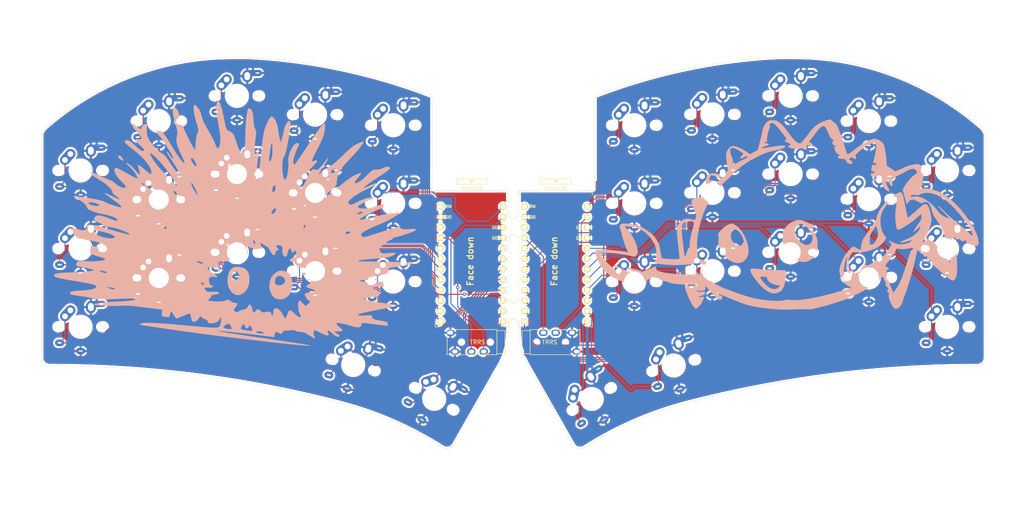
<source format=kicad_pcb>
(kicad_pcb (version 20211014) (generator pcbnew)
  (layers (0 "F.Cu" signal) (31 "B.Cu" signal) (34 "B.Paste" user) (35 "F.Paste" user) (36 "B.SilkS" user "B.Silkscreen") (37 "F.SilkS" user "F.Silkscreen") (38 "B.Mask" user) (39 "F.Mask" user) (44 "Edge.Cuts" user))
  (net 0 "")
  (net 1 "gnd")
  (net 2 "vcc")
  (net 3 "Switch18")
  (net 4 "reset")
  (net 5 "Switch1")
  (net 6 "Switch2")
  (net 7 "Switch3")
  (net 8 "Switch4")
  (net 9 "Switch5")
  (net 10 "Switch6")
  (net 11 "Switch7")
  (net 12 "Switch8")
  (net 13 "Switch9")
  (net 14 "Switch10")
  (net 15 "Switch11")
  (net 16 "Switch12")
  (net 17 "Switch13")
  (net 18 "Switch14")
  (net 19 "Switch15")
  (net 20 "Switch16")
  (net 21 "Switch17")
  (net 22 "raw")
  (net 23 "Switch18_r")
  (net 24 "reset_r")
  (net 25 "Switch9_r")
  (net 26 "Switch10_r")
  (net 27 "Switch11_r")
  (net 28 "Switch12_r")
  (net 29 "Switch13_r")
  (net 30 "Switch14_r")
  (net 31 "Switch15_r")
  (net 32 "Switch16_r")
  (net 33 "Switch17_r")
  (net 34 "Switch1_r")
  (net 35 "Switch2_r")
  (net 36 "Switch3_r")
  (net 37 "Switch4_r")
  (net 38 "Switch5_r")
  (net 39 "Switch6_r")
  (net 40 "Switch7_r")
  (net 41 "Switch8_r")
  (footprint "Kailh:keyswitch_cherrymx_alps_choc12_1u" (layer "F.Cu") (at 45 77)
    (fp_text reference "SW2" hide)
    (fp_text value "SW_Push" hide)
  )
  (footprint "Kailh:keyswitch_cherrymx_alps_choc12_1u" (layer "F.Cu") (at 64 65)
    (fp_text reference "SW3" hide)
    (fp_text value "SW_Push" hide)
  )
  (footprint "Kailh:keyswitch_cherrymx_alps_choc12_1u" (layer "F.Cu") (at 83 58.86)
    (fp_text reference "SW4" hide)
    (fp_text value "SW_Push" hide)
  )
  (footprint "Kailh:keyswitch_cherrymx_alps_choc12_1u" (layer "F.Cu") (at 101.994 63.432)
    (fp_text reference "SW5" hide)
    (fp_text value "SW_Push" hide)
  )
  (footprint "Kailh:keyswitch_cherrymx_alps_choc12_1u" (layer "F.Cu") (at 121 66)
    (fp_text reference "SW6" hide)
    (fp_text value "SW_Push" hide)
  )
  (footprint "Kailh:keyswitch_cherrymx_alps_choc12_1u" (layer "F.Cu") (at 45 96)
    (fp_text reference "SW8" hide)
    (fp_text value "SW_Push" hide)
  )
  (footprint "Kailh:keyswitch_cherrymx_alps_choc12_1u" (layer "F.Cu") (at 64 84.074)
    (fp_text reference "SW9" hide)
    (fp_text value "SW_Push" hide)
  )
  (footprint "Kailh:keyswitch_cherrymx_alps_choc12_1u" (layer "F.Cu") (at 83 77.878)
    (fp_text reference "SW10" hide)
    (fp_text value "SW_Push" hide)
  )
  (footprint "Kailh:keyswitch_cherrymx_alps_choc12_1u" (layer "F.Cu") (at 102 82.45)
    (fp_text reference "SW11" hide)
    (fp_text value "SW_Push" hide)
  )
  (footprint "Kailh:keyswitch_cherrymx_alps_choc12_1u" (layer "F.Cu") (at 120.98 84.99)
    (fp_text reference "SW12" hide)
    (fp_text value "SW_Push" hide)
  )
  (footprint "Kailh:keyswitch_cherrymx_alps_choc12_1u" (layer "F.Cu") (at 45 115)
    (fp_text reference "SW14" hide)
    (fp_text value "SW_Push" hide)
  )
  (footprint "Kailh:keyswitch_cherrymx_alps_choc12_1u" (layer "F.Cu") (at 64.008 103.124)
    (fp_text reference "SW15" hide)
    (fp_text value "SW_Push" hide)
  )
  (footprint "Kailh:keyswitch_cherrymx_alps_choc12_1u" (layer "F.Cu") (at 83 96.896)
    (fp_text reference "SW16" hide)
    (fp_text value "SW_Push" hide)
  )
  (footprint "Kailh:keyswitch_cherrymx_alps_choc12_1u" (layer "F.Cu") (at 102 101.468)
    (fp_text reference "SW17" hide)
    (fp_text value "SW_Push" hide)
  )
  (footprint "Kailh:keyswitch_cherrymx_alps_choc12_1u" (layer "F.Cu") (at 130.95 132.504 -30)
    (fp_text reference "SW20" hide)
    (fp_text value "SW_Push" hide)
  )
  (footprint "Kailh:keyswitch_cherrymx_alps_choc12_1u" (layer "F.Cu") (at 111.272 124.288 -15)
    (fp_text reference "SW21" hide)
    (fp_text value "SW_Push" hide)
  )
  (footprint "Kailh:keyswitch_cherrymx_alps_choc12_1u" (layer "F.Cu") (at 120.98 104.008)
    (fp_text reference "SW18" hide)
    (fp_text value "SW_Push" hide)
  )
  (footprint "kbd:ProMicro_v3_min" (layer "F.Cu") (at 140.094 100.246)
    (fp_text reference "U1" hide)
    (fp_text value "ProMicro-kbd" hide)
  )
  (footprint "Kailh:TRRS-PJ-DPB2" (layer "F.Cu") (at 154.26784 118.734 90)
    (fp_text reference "J1")
    (fp_text value "AudioJack4dpb" hide)
  )
  (footprint "Kailh:keyswitch_cherrymx_alps_choc12_1u" (layer "F.Cu") (at 198.58584 82.418)
    (fp_text reference "SW11_r1" hide)
    (fp_text value "SW_Push" hide)
  )
  (footprint "Kailh:keyswitch_cherrymx_alps_choc12_1u" (layer "F.Cu") (at 255.63184 115)
    (fp_text reference "SW13_r1" hide)
    (fp_text value "SW_Push" hide)
  )
  (footprint "Kailh:keyswitch_cherrymx_alps_choc12_1u" (layer "F.Cu") (at 217.58784 96.896)
    (fp_text reference "SW15_r1" hide)
    (fp_text value "SW_Push" hide)
  )
  (footprint "Kailh:keyswitch_cherrymx_alps_choc12_1u" (layer "F.Cu") (at 198.58584 101.468)
    (fp_text reference "SW16_r1" hide)
    (fp_text value "SW_Push" hide)
  )
  (footprint "Kailh:keyswitch_cherrymx_alps_choc12_1u" (layer "F.Cu") (at 198.58584 63.368)
    (fp_text reference "SW5_r1" hide)
    (fp_text value "SW_Push" hide)
  )
  (footprint "Kailh:keyswitch_cherrymx_alps_choc12_1u" (layer "F.Cu") (at 236.61384 65)
    (fp_text reference "SW3_r1" hide)
    (fp_text value "SW_Push" hide)
  )
  (footprint "Kailh:keyswitch_cherrymx_alps_choc12_1u" (layer "F.Cu") (at 217.58784 58.86)
    (fp_text reference "SW4_r1" hide)
    (fp_text value "SW_Push" hide)
  )
  (footprint "Kailh:keyswitch_cherrymx_alps_choc12_1u" (layer "F.Cu") (at 236.61384 83.974)
    (fp_text reference "SW8_r1" hide)
    (fp_text value "SW_Push" hide)
  )
  (footprint "Kailh:keyswitch_cherrymx_alps_choc12_1u" (layer "F.Cu") (at 217.58784 77.878)
    (fp_text reference "SW9_r1" hide)
    (fp_text value "SW_Push" hide)
  )
  (footprint "Kailh:keyswitch_cherrymx_alps_choc12_1u" (layer "F.Cu") (at 236.61384 102.992)
    (fp_text reference "SW18_r1" hide)
    (fp_text value "SW_Push" hide)
  )
  (footprint "Kailh:keyswitch_cherrymx_alps_choc12_1u" (layer "F.Cu") (at 179.58584 84.99)
    (fp_text reference "SW12_r1" hide)
    (fp_text value "SW_Push" hide)
  )
  (footprint "Kailh:keyswitch_cherrymx_alps_choc12_1u" (layer "F.Cu") (at 255.63184 96)
    (fp_text reference "SW7_r1" hide)
    (fp_text value "SW_Push" hide)
  )
  (footprint "Kailh:keyswitch_cherrymx_alps_choc12_1u" (layer "F.Cu") (at 255.63184 77)
    (fp_text reference "SW2_r1" hide)
    (fp_text value "SW_Push" hide)
  )
  (footprint "Kailh:keyswitch_cherrymx_alps_choc12_1u" (layer "F.Cu") (at 179.58584 66)
    (fp_text reference "SW6_r1" hide)
    (fp_text value "SW_Push" hide)
  )
  (footprint "Kailh:keyswitch_cherrymx_alps_choc12_1u" (layer "F.Cu") (at 169.251 132.542 30)
    (fp_text reference "SW20_r1" hide)
    (fp_text value "SW_Push" hide)
  )
  (footprint "Kailh:keyswitch_cherrymx_alps_choc12_1u" (layer "F.Cu") (at 179.58584 104.008)
    (fp_text reference "SW17_r1" hide)
    (fp_text value "SW_Push" hide)
  )
  (footprint "Kailh:keyswitch_cherrymx_alps_choc12_1u" (layer "F.Cu") (at 189.17984 124.41 15)
    (fp_text reference "SW21_r1" hide)
    (fp_text value "SW_Push" hide)
  )
  (footprint "kbd:ProMicro_v3_min" (layer "F.Cu") (at 160.51784 100.246)
    (fp_text reference "U2" hide)
    (fp_text value "ProMicro-kbd" hide)
  )
  (footprint "Duckyb-Parts:mouse-bite-5mm-slot-with-space-for-track" (layer "F.Cu") (at 150.241 90.678)
    (fp_text reference "mouse-bite-5mm-slot" hide)
    (fp_text value "VAL**" hide)
  )
  (footprint "Duckyb-Parts:mouse-bite-5mm-slot-with-space-for-track" (layer "F.Cu") (at 150.241 111.1885)
    (fp_text reference "mouse-bite-5mm-slot" hide)
    (fp_text value "VAL**" hide)
  )
  (footprint "Kailh:TRRS-PJ-DPB2" (layer "F.Cu") (at 146.19 118.734 -90)
    (fp_text reference "J2")
    (fp_text value "AudioJack4dpb" hide)
  )
  (footprint "silkscreens:unsafe_rust" (layer "B.Cu") (at 85.12 91.95 172)
    (fp_text reference "G***" hide)
    (fp_text value "LOGO" hide)
  )
  (footprint "silkscreens:open_eyes" (layer "B.Cu") (at 218.99 95.71 -170)
    (fp_text reference "G***" hide)
    (fp_text value "LOGO" hide)
  )
  (gr_arc (start 148.162 81.866) (mid 148.69233 82.08567) (end 148.912 82.616) (layer "Edge.Cuts") (width 0.05))
  (gr_line (start 148.912 93.218) (end 148.912 101.262) (layer "Edge.Cuts") (width 0.05))
  (gr_line (start 131.458 81.868917) (end 148.162 81.866) (layer "Edge.Cuts") (width 0.05))
  (gr_line (start 147.161679 123.613657) (end 135.71 143.699265) (layer "Edge.Cuts") (width 0.05))
  (gr_arc (start 148.924 116.248) (mid 148.462831 120.031316) (end 147.161679 123.613657) (layer "Edge.Cuts") (width 0.05))
  (gr_line (start 148.912 82.616) (end 148.924 88.11) (layer "Edge.Cuts") (width 0.05))
  (gr_line (start 149.2885 88.11) (end 148.924 88.11) (layer "Edge.Cuts") (width 0.05))
  (gr_line (start 149.2885 93.218) (end 148.912 93.218) (layer "Edge.Cuts") (width 0.05))
  (gr_line (start 149.2885 108.628) (end 148.924 108.628) (layer "Edge.Cuts") (width 0.05))
  (gr_line (start 149.2885 113.7285) (end 148.912 113.7285) (layer "Edge.Cuts") (width 0.05))
  (gr_line (start 148.912 101.262) (end 148.924 108.628) (layer "Edge.Cuts") (width 0.05))
  (gr_line (start 148.912 113.7285) (end 148.924 116.248) (layer "Edge.Cuts") (width 0.05))
  (gr_arc (start 131.458 81.868917) (mid 130.750893 81.576024) (end 130.458 80.868917) (layer "Edge.Cuts") (width 0.05))
  (gr_line (start 130.458 80.868917) (end 130.463 59.473) (layer "Edge.Cuts") (width 0.05))
  (gr_arc (start 35.465859 68.23732) (mid 36.022742 67.119147) (end 36.893 66.223) (layer "Edge.Cuts") (width 0.05))
  (gr_arc (start 85.843227 49.463504) (mid 108.303644 52.385453) (end 130.028245 58.79247) (layer "Edge.Cuts") (width 0.05))
  (gr_line (start 37.768 124.474571) (end 37.493002 124.473917) (layer "Edge.Cuts") (width 0.05))
  (gr_arc (start 107.797707 133.384137) (mid 120.821222 137.841207) (end 132.978 144.298) (layer "Edge.Cuts") (width 0.05))
  (gr_arc (start 37.768 124.474571) (mid 73.062993 126.727903) (end 107.798171 133.38233) (layer "Edge.Cuts") (width 0.05))
  (gr_arc (start 37.493002 124.473917) (mid 36.080534 123.924716) (end 35.458001 122.542999) (layer "Edge.Cuts") (width 0.05))
  (gr_arc (start 135.71 143.699265) (mid 134.468995 144.56898) (end 132.978 144.298) (layer "Edge.Cuts") (width 0.05))
  (gr_arc (start 130.028245 58.79247) (mid 130.345034 59.069226) (end 130.463 59.473) (layer "Edge.Cuts") (width 0.05))
  (gr_line (start 35.465859 68.23732) (end 35.458001 122.542999) (layer "Edge.Cuts") (width 0.05))
  (gr_line (start 85.843124 49.465561) (end 81.868 49.468) (layer "Edge.Cuts") (width 0.05))
  (gr_arc (start 36.894611 66.224861) (mid 57.871135 53.793316) (end 81.868 49.468) (layer "Edge.Cuts") (width 0.05))
  (gr_line (start 168.99984 81.868917) (end 152.29584 81.866) (layer "Edge.Cuts") (width 0.05))
  (gr_line (start 151.54584 113.7285) (end 151.53384 116.248) (layer "Edge.Cuts") (width 0.05))
  (gr_line (start 153.280536 123.57215) (end 164.74784 143.699265) (layer "Edge.Cuts") (width 0.05))
  (gr_line (start 264.991981 68.23732) (end 264.999839 122.542999) (layer "Edge.Cuts") (width 0.05))
  (gr_line (start 214.614716 49.465561) (end 218.58984 49.468) (layer "Edge.Cuts") (width 0.05))
  (gr_line (start 151.54584 101.262) (end 151.53384 108.628) (layer "Edge.Cuts") (width 0.05))
  (gr_arc (start 151.54584 82.616) (mid 151.76551 82.08567) (end 152.29584 81.866) (layer "Edge.Cuts") (width 0.05))
  (gr_line (start 151.54584 93.218) (end 151.54584 101.262) (layer "Edge.Cuts") (width 0.05))
  (gr_arc (start 167.47984 144.298) (mid 179.636618 137.841207) (end 192.660133 133.384137) (layer "Edge.Cuts") (width 0.05))
  (gr_arc (start 218.58984 49.468) (mid 242.586705 53.793316) (end 263.563229 66.224861) (layer "Edge.Cuts") (width 0.05))
  (gr_arc (start 192.659669 133.38233) (mid 227.394847 126.727903) (end 262.68984 124.474571) (layer "Edge.Cuts") (width 0.05))
  (gr_arc (start 167.47984 144.298) (mid 165.988845 144.56898) (end 164.74784 143.699265) (layer "Edge.Cuts") (width 0.05))
  (gr_arc (start 153.280536 123.57215) (mid 151.990927 120.009347) (end 151.53384 116.248) (layer "Edge.Cuts") (width 0.05))
  (gr_line (start 151.54584 82.616) (end 151.53384 88.11) (layer "Edge.Cuts") (width 0.05))
  (gr_arc (start 169.99984 80.868917) (mid 169.706947 81.576024) (end 168.99984 81.868917) (layer "Edge.Cuts") (width 0.05))
  (gr_line (start 169.99984 80.868917) (end 169.99484 59.473) (layer "Edge.Cuts") (width 0.05))
  (gr_arc (start 263.56484 66.223) (mid 264.435099 67.119147) (end 264.991981 68.23732) (layer "Edge.Cuts") (width 0.05))
  (gr_arc (start 170.429595 58.79247) (mid 192.154196 52.385453) (end 214.614613 49.463504) (layer "Edge.Cuts") (width 0.05))
  (gr_line (start 262.68984 124.474571) (end 262.964838 124.473917) (layer "Edge.Cuts") (width 0.05))
  (gr_arc (start 264.999839 122.542999) (mid 264.377307 123.924716) (end 262.964838 124.473917) (layer "Edge.Cuts") (width 0.05))
  (gr_arc (start 169.99484 59.473) (mid 170.112806 59.069226) (end 170.429595 58.79247) (layer "Edge.Cuts") (width 0.05))
  (gr_line (start 151.53384 88.11) (end 151.1935 88.11) (layer "Edge.Cuts") (width 0.05))
  (gr_arc (start 151.193499 108.628) (mid 150.241 109.285937) (end 149.288501 108.627999) (layer "Edge.Cuts") (width 0.05))
  (gr_line (start 151.54584 113.7285) (end 151.1935 113.7285) (layer "Edge.Cuts") (width 0.05))
  (gr_line (start 151.54584 93.218) (end 151.1935 93.218) (layer "Edge.Cuts") (width 0.05))
  (gr_arc (start 149.288501 113.7285) (mid 150.241 113.083627) (end 151.193499 113.728501) (layer "Edge.Cuts") (width 0.05))
  (gr_arc (start 149.288501 93.218) (mid 150.241 92.573127) (end 151.193499 93.218001) (layer "Edge.Cuts") (width 0.05))
  (gr_arc (start 151.193499 88.11) (mid 150.241 88.772807) (end 149.288501 88.109999) (layer "Edge.Cuts") (width 0.05))
  (gr_line (start 151.53384 108.628) (end 151.1935 108.628) (layer "Edge.Cuts") (width 0.05))
  (gr_text "Face down" (at 160.10984 99.06 90) (layer "F.SilkS") (effects (font (size 1.5 1.5) (thickness 0.3))))
  (gr_text "Face down" (at 139.7 99.06 90) (layer "F.SilkS") (effects (font (size 1.5 1.5) (thickness 0.3))))
  (segment (start 133.236 88.308) (end 132.4854 88.308) (width 0.25) (layer "B.Cu") (net 1))
  (segment (start 136.652 105.41) (end 136.652 105.41) (width 0.25) (layer "F.Cu") (net 2))
  (segment (start 136.652 95.758) (end 136.652 105.41) (width 0.25) (layer "F.Cu") (net 2))
  (segment (start 134.282 93.388) (end 136.652 95.758) (width 0.25) (layer "F.Cu") (net 2))
  (segment (start 132.4854 93.388) (end 134.282 93.388) (width 0.25) (layer "F.Cu") (net 2))
  (via (at 136.652 105.41) (size 0.8) (drill 0.4) (layers "F.Cu" "B.Cu") (net 2))
  (segment (start 152.90924 93.388) (end 157.46784 97.9466) (width 0.25) (layer "B.Cu") (net 2))
  (segment (start 157.46784 97.9466) (end 157.46784 116.434) (width 0.25) (layer "B.Cu") (net 2))
  (segment (start 136.652 105.41) (end 136.652 110.086) (width 0.25) (layer "B.Cu") (net 2))
  (segment (start 136.652 110.086) (end 142.97 116.404) (width 0.25) (layer "B.Cu") (net 2))
  (segment (start 142.97 116.404) (end 142.97 121.014) (width 0.25) (layer "B.Cu") (net 2))
  (segment (start 142.97 121.014) (end 142.99 121.034) (width 0.25) (layer "B.Cu") (net 2))
  (segment (start 145.6734 90.34) (end 147.7054 88.308) (width 0.25) (layer "B.Cu") (net 3))
  (segment (start 135.014 93.642) (end 138.316 90.34) (width 0.25) (layer "B.Cu") (net 3))
  (segment (start 139.97 114.346) (end 135.014 109.39) (width 0.25) (layer "B.Cu") (net 3))
  (segment (start 139.97 116.404) (end 139.97 114.346) (width 0.25) (layer "B.Cu") (net 3))
  (segment (start 139.97 121.014) (end 139.99 121.034) (width 0.25) (layer "B.Cu") (net 3))
  (segment (start 139.97 116.404) (end 139.97 121.014) (width 0.25) (layer "B.Cu") (net 3))
  (segment (start 135.014 109.39) (end 135.014 93.642) (width 0.25) (layer "B.Cu") (net 3))
  (segment (start 138.316 90.34) (end 145.6734 90.34) (width 0.25) (layer "B.Cu") (net 3))
  (segment (start 56.514 80.9) (end 66.91798 70.49602) (width 0.25) (layer "F.Cu") (net 5))
  (segment (start 127.978962 78.708602) (end 127.978962 83.349038) (width 0.25) (layer "F.Cu") (net 5))
  (segment (start 96.894196 70.49602) (end 98.868206 72.470028) (width 0.25) (layer "F.Cu") (net 5))
  (segment (start 131.963639 107.175001) (end 133.672999 107.175001) (width 0.25) (layer "F.Cu") (net 5))
  (segment (start 114.7568 73.740028) (end 116.144388 73.740028) (width 0.25) (layer "F.Cu") (net 5))
  (segment (start 131.167319 102.866329) (end 131.167319 106.378681) (width 0.25) (layer "F.Cu") (net 5))
  (segment (start 133.744 107.104) (end 133.672999 107.175001) (width 0.25) (layer "F.Cu") (net 5))
  (segment (start 113.486798 72.470028) (end 114.7568 73.740028) (width 0.25) (layer "F.Cu") (net 5))
  (segment (start 133.672999 107.175001) (end 133.926999 107.175001) (width 0.25) (layer "F.Cu") (net 5))
  (segment (start 138.316 107.104) (end 133.744 107.104) (width 0.25) (layer "F.Cu") (net 5))
  (segment (start 98.868206 72.470028) (end 113.486798 72.470028) (width 0.25) (layer "F.Cu") (net 5))
  (segment (start 131.167319 106.378681) (end 131.963639 107.175001) (width 0.25) (layer "F.Cu") (net 5))
  (segment (start 127.978962 83.349038) (end 127.978964 83.436194) (width 0.25) (layer "F.Cu") (net 5))
  (segment (start 129.598359 85.055589) (end 129.598359 96.070359) (width 0.25) (layer "F.Cu") (net 5))
  (segment (start 84.97402 70.49602) (end 96.894196 70.49602) (width 0.25) (layer "F.Cu") (net 5))
  (segment (start 116.144388 73.740028) (end 118.372399 75.968037) (width 0.25) (layer "F.Cu") (net 5))
  (segment (start 118.372399 75.968037) (end 125.238397 75.968037) (width 0.25) (layer "F.Cu") (net 5))
  (segment (start 66.91798 70.49602) (end 84.97402 70.49602) (width 0.25) (layer "F.Cu") (net 5))
  (segment (start 129.598359 95.846359) (end 129.598359 96.070359) (width 0.25) (layer "F.Cu") (net 5))
  (segment (start 129.598359 96.070359) (end 129.598359 101.297369) (width 0.25) (layer "F.Cu") (net 5))
  (segment (start 125.238397 75.968037) (end 127.978962 78.708602) (width 0.25) (layer "F.Cu") (net 5))
  (segment (start 129.598359 101.297369) (end 131.167319 102.866329) (width 0.25) (layer "F.Cu") (net 5))
  (segment (start 41.2 79.6) (end 39.9 80.9) (width 0.25) (layer "F.Cu") (net 5))
  (segment (start 127.978964 83.436194) (end 129.598359 85.055589) (width 0.25) (layer "F.Cu") (net 5))
  (segment (start 39.9 80.9) (end 56.514 80.9) (width 0.25) (layer "F.Cu") (net 5))
  (segment (start 41.2 74.45) (end 41.2 79.6) (width 0.25) (layer "F.Cu") (net 5))
  (via (at 138.316 107.104) (size 0.8) (drill 0.4) (layers "F.Cu" "B.Cu") (net 5))
  (segment (start 146.252401 107.175001) (end 146.6937 107.6163) (width 0.25) (layer "B.Cu") (net 5))
  (segment (start 146.1814 107.104) (end 146.6937 107.6163) (width 0.25) (layer "B.Cu") (net 5))
  (segment (start 146.6937 107.6163) (end 147.7054 108.628) (width 0.25) (layer "B.Cu") (net 5))
  (segment (start 138.316 107.104) (end 146.1814 107.104) (width 0.25) (layer "B.Cu") (net 5))
  (segment (start 60.2 62.45) (end 60.2 67.6) (width 0.25) (layer "F.Cu") (net 6))
  (segment (start 60.2 67.6) (end 58.9 68.9) (width 0.25) (layer "F.Cu") (net 6))
  (segment (start 116.33079 73.29002) (end 118.558798 75.518028) (width 0.25) (layer "F.Cu") (net 6))
  (segment (start 58.9 68.9) (end 68.392 68.9) (width 0.25) (layer "F.Cu") (net 6))
  (segment (start 69.53801 70.04601) (end 97.080596 70.04601) (width 0.25) (layer "F.Cu") (net 6))
  (segment (start 128.428973 80.676973) (end 128.428973 83.249793) (width 0.25) (layer "F.Cu") (net 6))
  (segment (start 128.428973 83.249793) (end 130.048369 84.869189) (width 0.25) (layer "F.Cu") (net 6))
  (segment (start 114.943199 73.290019) (end 116.33079 73.29002) (width 0.25) (layer "F.Cu") (net 6))
  (segment (start 128.428973 80.168973) (end 128.428973 80.676973) (width 0.25) (layer "F.Cu") (net 6))
  (segment (start 97.080596 70.04601) (end 99.054605 72.020019) (width 0.25) (layer "F.Cu") (net 6))
  (segment (start 130.048369 84.869189) (end 130.048369 101.110969) (width 0.25) (layer "F.Cu") (net 6))
  (segment (start 99.054605 72.020019) (end 113.6732 72.02002) (width 0.25) (layer "F.Cu") (net 6))
  (segment (start 118.558798 75.518028) (end 125.424799 75.518029) (width 0.25) (layer "F.Cu") (net 6))
  (segment (start 125.424799 75.518029) (end 128.428972 78.522202) (width 0.25) (layer "F.Cu") (net 6))
  (segment (start 130.048369 101.110969) (end 132.4854 103.548) (width 0.25) (layer "F.Cu") (net 6))
  (segment (start 128.428972 80.676972) (end 128.428973 80.676973) (width 0.25) (layer "F.Cu") (net 6))
  (segment (start 113.6732 72.02002) (end 114.943199 73.290019) (width 0.25) (layer "F.Cu") (net 6))
  (segment (start 68.392 68.9) (end 69.53801 70.04601) (width 0.25) (layer "F.Cu") (net 6))
  (segment (start 128.428972 78.522202) (end 128.428972 80.676972) (width 0.25) (layer "F.Cu") (net 6))
  (segment (start 116.51719 72.84001) (end 115.1296 72.84001) (width 0.25) (layer "F.Cu") (net 7))
  (segment (start 124.3412 75.06802) (end 123.30598 75.06802) (width 0.25) (layer "F.Cu") (net 7))
  (segment (start 79.2 56.31) (end 79.2 61.46) (width 0.25) (layer "F.Cu") (net 7))
  (segment (start 130.498379 84.682789) (end 128.878982 83.063392) (width 0.25) (layer "F.Cu") (net 7))
  (segment (start 128.878982 78.335802) (end 128.878982 79.909018) (width 0.25) (layer "F.Cu") (net 7))
  (segment (start 115.1296 72.84001) (end 113.8596 71.57001) (width 0.25) (layer "F.Cu") (net 7))
  (segment (start 130.498379 99.020979) (end 130.498379 84.682789) (width 0.25) (layer "F.Cu") (net 7))
  (segment (start 125.6112 75.06802) (end 128.878982 78.335802) (width 0.25) (layer "F.Cu") (net 7))
  (segment (start 118.745199 75.068019) (end 116.51719 72.84001) (width 0.25) (layer "F.Cu") (net 7))
  (segment (start 128.878982 79.909018) (end 128.878981 79.605801) (width 0.25) (layer "F.Cu") (net 7))
  (segment (start 84.736 69.596) (end 77.9 62.76) (width 0.25) (layer "F.Cu") (net 7))
  (segment (start 123.30598 75.06802) (end 125.6112 75.06802) (width 0.25) (layer "F.Cu") (net 7))
  (segment (start 99.241006 71.57001) (end 97.266996 69.596) (width 0.25) (layer "F.Cu") (net 7))
  (segment (start 79.2 61.46) (end 77.9 62.76) (width 0.25) (layer "F.Cu") (net 7))
  (segment (start 132.4854 101.008) (end 130.498379 99.020979) (width 0.25) (layer "F.Cu") (net 7))
  (segment (start 128.878982 83.063392) (end 128.878982 79.909018) (width 0.25) (layer "F.Cu") (net 7))
  (segment (start 123.30598 75.06802) (end 118.745199 75.068019) (width 0.25) (layer "F.Cu") (net 7))
  (segment (start 113.8596 71.57001) (end 99.241006 71.57001) (width 0.25) (layer "F.Cu") (net 7))
  (segment (start 97.266996 69.596) (end 84.736 69.596) (width 0.25) (layer "F.Cu") (net 7))
  (segment (start 98.194 66.032) (end 96.894 67.332) (width 0.25) (layer "F.Cu") (net 8))
  (segment (start 115.316 72.39) (end 116.70359 72.39) (width 0.25) (layer "F.Cu") (net 8))
  (segment (start 114.046 71.12) (end 115.316 72.39) (width 0.25) (layer "F.Cu") (net 8))
  (segment (start 116.70359 72.39) (end 118.9316 74.61801) (width 0.25) (layer "F.Cu") (net 8))
  (segment (start 129.328991 79.713009) (end 129.328991 82.876991) (width 0.25) (layer "F.Cu") (net 8))
  (segment (start 129.328991 82.876991) (end 130.948389 84.496389) (width 0.25) (layer "F.Cu") (net 8))
  (segment (start 100.682 71.12) (end 114.046 71.12) (width 0.25) (layer "F.Cu") (net 8))
  (segment (start 125.7976 74.61801) (end 129.328991 78.149401) (width 0.25) (layer "F.Cu") (net 8))
  (segment (start 98.194 60.882) (end 98.194 66.032) (width 0.25) (layer "F.Cu") (net 8))
  (segment (start 130.948389 96.930989) (end 132.4854 98.468) (width 0.25) (layer "F.Cu") (net 8))
  (segment (start 129.328991 78.149401) (end 129.328991 79.713009) (width 0.25) (layer "F.Cu") (net 8))
  (segment (start 129.328991 79.419401) (end 129.328991 79.713009) (width 0.25) (layer "F.Cu") (net 8))
  (segment (start 130.948389 84.496389) (end 130.948389 96.930989) (width 0.25) (layer "F.Cu") (net 8))
  (segment (start 118.9316 74.61801) (end 125.7976 74.61801) (width 0.25) (layer "F.Cu") (net 8))
  (segment (start 96.894 67.332) (end 100.682 71.12) (width 0.25) (layer "F.Cu") (net 8))
  (segment (start 124.714 74.168) (end 125.984 74.168) (width 0.25) (layer "F.Cu") (net 9))
  (segment (start 131.398399 84.184399) (end 131.398399 94.840999) (width 0.25) (layer "F.Cu") (net 9))
  (segment (start 129.794 79.248) (end 129.794 79.502) (width 0.25) (layer "F.Cu") (net 9))
  (segment (start 129.794 77.978) (end 129.794 79.502) (width 0.25) (layer "F.Cu") (net 9))
  (segment (start 129.794 82.55) (end 129.779 82.565) (width 0.25) (layer "F.Cu") (net 9))
  (segment (start 115.9 69.9) (end 115.9 70.95) (width 0.25) (layer "F.Cu") (net 9))
  (segment (start 129.779 82.565) (end 131.398399 84.184399) (width 0.25) (layer "F.Cu") (net 9))
  (segment (start 129.794 79.502) (end 129.794 82.55) (width 0.25) (layer "F.Cu") (net 9))
  (segment (start 125.984 74.168) (end 129.794 77.978) (width 0.25) (layer "F.Cu") (net 9))
  (segment (start 119.118 74.168) (end 124.714 74.168) (width 0.25) (layer "F.Cu") (net 9))
  (segment (start 117.2 63.45) (end 117.2 68.6) (width 0.25) (layer "F.Cu") (net 9))
  (segment (start 115.9 70.95) (end 119.118 74.168) (width 0.25) (layer "F.Cu") (net 9))
  (segment (start 131.398399 94.840999) (end 132.4854 95.928) (width 0.25) (layer "F.Cu") (net 9))
  (segment (start 117.2 68.6) (end 115.9 69.9) (width 0.25) (layer "F.Cu") (net 9))
  (segment (start 97.47498 84.77498) (end 97.482969 84.766991) (width 0.25) (layer "F.Cu") (net 10))
  (segment (start 67.137706 85.679706) (end 67.31 85.507412) (width 0.25) (layer "F.Cu") (net 10))
  (segment (start 60.96 88.646) (end 64.171412 88.646) (width 0.25) (layer "F.Cu") (net 10))
  (segment (start 90.932 81.28) (end 94.42698 84.77498) (width 0.25) (layer "F.Cu") (net 10))
  (segment (start 80.330598 79.95201) (end 81.658588 81.28) (width 0.25) (layer "F.Cu") (net 10))
  (segment (start 67.225011 85.592401) (end 67.225011 83.017399) (width 0.25) (layer "F.Cu") (net 10))
  (segment (start 67.137706 85.679706) (end 67.225011 85.592401) (width 0.25) (layer "F.Cu") (net 10))
  (segment (start 81.658588 81.28) (end 90.678 81.28) (width 0.25) (layer "F.Cu") (net 10))
  (segment (start 90.678 81.28) (end 90.932 81.28) (width 0.25) (layer "F.Cu") (net 10))
  (segment (start 97.482969 84.766991) (end 98.736991 84.766991) (width 0.25) (layer "F.Cu") (net 10))
  (segment (start 67.31 85.507412) (end 67.31 84.836) (width 0.25) (layer "F.Cu") (net 10))
  (segment (start 39.9 99.9) (end 49.706 99.9) (width 0.25) (layer "F.Cu") (net 10))
  (segment (start 67.225011 83.017399) (end 70.2904 79.95201) (width 0.25) (layer "F.Cu") (net 10))
  (segment (start 64.171412 88.646) (end 67.137706 85.679706) (width 0.25) (layer "F.Cu") (net 10))
  (segment (start 98.736991 84.766991) (end 99.568 85.598) (width 0.25) (layer "F.Cu") (net 10))
  (segment (start 49.706 99.9) (end 60.96 88.646) (width 0.25) (layer "F.Cu") (net 10))
  (segment (start 70.2904 79.95201) (end 80.330598 79.95201) (width 0.25) (layer "F.Cu") (net 10))
  (segment (start 94.42698 84.77498) (end 97.47498 84.77498) (width 0.25) (layer "F.Cu") (net 10))
  (via (at 99.568 85.598) (size 0.8) (drill 0.4) (layers "F.Cu" "B.Cu") (net 10))
  (segment (start 128.41 95.42) (end 131.0827 98.0927) (width 0.25) (layer "B.Cu") (net 10))
  (segment (start 99.568 85.598) (end 105.126 85.598) (width 0.25) (layer "B.Cu") (net 10))
  (segment (start 41.2 96.459002) (end 39.9 97.759002) (width 0.25) (layer "B.Cu") (net 10))
  (segment (start 105.126 85.598) (end 111.237 91.709) (width 0.25) (layer "B.Cu") (net 10))
  (segment (start 39.9 97.759002) (end 39.9 99.9) (width 0.25) (layer "B.Cu") (net 10))
  (segment (start 111.237 91.709) (end 114.948 95.42) (width 0.25) (layer "B.Cu") (net 10))
  (segment (start 131.0827 98.0927) (end 131.0827 104.6853) (width 0.25) (layer "B.Cu") (net 10))
  (segment (start 114.948 95.42) (end 128.41 95.42) (width 0.25) (layer "B.Cu") (net 10))
  (segment (start 131.0827 104.6853) (end 132.4854 106.088) (width 0.25) (layer "B.Cu") (net 10))
  (segment (start 41.2 93.45) (end 41.2 96.459002) (width 0.25) (layer "B.Cu") (net 10))
  (segment (start 110.63 91.102) (end 111.237 91.709) (width 0.25) (layer "B.Cu") (net 10))
  (segment (start 58.9 87.974) (end 64.207002 87.974) (width 0.25) (layer "F.Cu") (net 11))
  (segment (start 130.717309 106.565081) (end 132.4854 108.333172) (width 0.25) (layer "F.Cu") (net 11))
  (segment (start 64.207002 87.974) (end 66.775001 85.406001) (width 0.25) (layer "F.Cu") (net 11))
  (segment (start 130.696 103.03142) (end 130.696 103.294) (width 0.25) (layer "F.Cu") (net 11))
  (segment (start 66.775001 82.830999) (end 70.104 79.502) (width 0.25) (layer "F.Cu") (net 11))
  (segment (start 66.775001 85.406001) (end 66.775001 82.830999) (width 0.25) (layer "F.Cu") (net 11))
  (segment (start 128.26039 95.11198) (end 129.148348 95.999938) (width 0.25) (layer "F.Cu") (net 11))
  (segment (start 80.516998 79.502) (end 81.786998 80.772) (width 0.25) (layer "F.Cu") (net 11))
  (segment (start 130.696 103.294) (end 130.717309 103.315309) (width 0.25) (layer "F.Cu") (net 11))
  (segment (start 132.4854 108.333172) (end 132.4854 108.628) (width 0.25) (layer "F.Cu") (net 11))
  (segment (start 129.148349 101.492349) (end 129.156929 101.492349) (width 0.25) (layer "F.Cu") (net 11))
  (segment (start 70.104 79.502) (end 80.516998 79.502) (width 0.25) (layer "F.Cu") (net 11))
  (segment (start 129.156929 101.492349) (end 130.696 103.03142) (width 0.25) (layer "F.Cu") (net 11))
  (segment (start 101.410978 85.96798) (end 106.5448 85.96798) (width 0.25) (layer "F.Cu") (net 11))
  (segment (start 106.5448 85.96798) (end 115.6888 95.11198) (width 0.25) (layer "F.Cu") (net 11))
  (segment (start 130.717309 103.315309) (end 130.717309 106.565081) (width 0.25) (layer "F.Cu") (net 11))
  (segment (start 115.6888 95.11198) (end 128.26039 95.11198) (width 0.25) (layer "F.Cu") (net 11))
  (segment (start 99.262998 83.82) (end 101.410978 85.96798) (width 0.25) (layer "F.Cu") (net 11))
  (segment (start 94.10841 83.82) (end 99.262998 83.82) (width 0.25) (layer "F.Cu") (net 11))
  (segment (start 91.06041 80.772) (end 94.10841 83.82) (width 0.25) (layer "F.Cu") (net 11))
  (segment (start 129.148348 95.999938) (end 129.148349 96.158349) (width 0.25) (layer "F.Cu") (net 11))
  (segment (start 129.148349 96.158349) (end 129.148349 101.492349) (width 0.25) (layer "F.Cu") (net 11))
  (segment (start 81.786998 80.772) (end 91.06041 80.772) (width 0.25) (layer "F.Cu") (net 11))
  (segment (start 60.2 81.524) (end 60.2 86.674) (width 0.25) (layer "B.Cu") (net 11))
  (segment (start 60.2 86.674) (end 58.9 87.974) (width 0.25) (layer "B.Cu") (net 11))
  (segment (start 90.79359 81.778) (end 94.24058 85.22499) (width 0.25) (layer "F.Cu") (net 12))
  (segment (start 130.95 107.434182) (end 130.95 109.6326) (width 0.25) (layer "F.Cu") (net 12))
  (segment (start 130.24599 103.60599) (end 130.267299 103.627299) (width 0.25) (layer "F.Cu") (net 12))
  (segment (start 94.24058 85.22499) (end 97.90901 85.22499) (width 0.25) (layer "F.Cu") (net 12))
  (segment (start 115.5024 95.56199) (end 128.07399 95.56199) (width 0.25) (layer "F.Cu") (net 12))
  (segment (start 130.267299 106.751481) (end 130.95 107.434182) (width 0.25) (layer "F.Cu") (net 12))
  (segment (start 97.917 85.217) (end 99.11799 86.41799) (width 0.25) (layer "F.Cu") (net 12))
  (segment (start 77.9 81.778) (end 90.79359 81.778) (width 0.25) (layer "F.Cu") (net 12))
  (segment (start 130.24599 103.21782) (end 130.24599 103.60599) (width 0.25) (layer "F.Cu") (net 12))
  (segment (start 99.11799 86.41799) (end 106.3584 86.41799) (width 0.25) (layer "F.Cu") (net 12))
  (segment (start 97.90901 85.22499) (end 97.917 85.217) (width 0.25) (layer "F.Cu") (net 12))
  (segment (start 130.128085 103.099915) (end 130.24599 103.21782) (width 0.25) (layer "F.Cu") (net 12))
  (segment (start 106.3584 86.41799) (end 115.5024 95.56199) (width 0.25) (layer "F.Cu") (net 12))
  (segment (start 130.267299 103.627299) (end 130.267299 106.751481) (width 0.25) (layer "F.Cu") (net 12))
  (segment (start 130.95 109.6326) (end 132.4854 111.168) (width 0.25) (layer "F.Cu") (net 12))
  (segment (start 128.698339 96.186339) (end 128.698339 101.735661) (width 0.25) (layer "F.Cu") (net 12))
  (segment (start 130.062593 103.099915) (end 130.128085 103.099915) (width 0.25) (layer "F.Cu") (net 12))
  (segment (start 128.07399 95.56199) (end 128.698339 96.186339) (width 0.25) (layer "F.Cu") (net 12))
  (segment (start 128.698339 101.735661) (end 130.062593 103.099915) (width 0.25) (layer "F.Cu") (net 12))
  (segment (start 79.2 75.328) (end 79.2 80.478) (width 0.25) (layer "B.Cu") (net 12))
  (segment (start 79.2 80.478) (end 77.9 81.778) (width 0.25) (layer "B.Cu") (net 12))
  (segment (start 128.24833 96.49833) (end 127.762 96.012) (width 0.25) (layer "F.Cu") (net 13))
  (segment (start 106.172 86.868) (end 97.418 86.868) (width 0.25) (layer "F.Cu") (net 13))
  (segment (start 128.248329 96.782329) (end 128.24833 97.04967) (width 0.25) (layer "F.Cu") (net 13))
  (segment (start 130.49999 111.72259) (end 130.7017 111.9243) (width 0.25) (layer "F.Cu") (net 13))
  (segment (start 128.24833 97.04967) (end 128.24833 96.49833) (width 0.25) (layer "F.Cu") (net 13))
  (segment (start 129.817289 103.813699) (end 129.817289 106.937881) (width 0.25) (layer "F.Cu") (net 13))
  (segment (start 129.79598 103.79239) (end 129.817289 103.813699) (width 0.25) (layer "F.Cu") (net 13))
  (segment (start 129.817289 106.937881) (end 130.49999 107.620582) (width 0.25) (layer "F.Cu") (net 13))
  (segment (start 130.7017 111.9243) (end 132.4854 113.708) (width 0.25) (layer "F.Cu") (net 13))
  (segment (start 127.762 96.012) (end 115.316 96.012) (width 0.25) (layer "F.Cu") (net 13))
  (segment (start 128.24833 101.922062) (end 129.79598 103.469712) (width 0.25) (layer "F.Cu") (net 13))
  (segment (start 129.79598 103.469712) (end 129.79598 103.79239) (width 0.25) (layer "F.Cu") (net 13))
  (segment (start 128.24833 97.04967) (end 128.24833 101.922062) (width 0.25) (layer "F.Cu") (net 13))
  (segment (start 115.316 96.012) (end 106.172 86.868) (width 0.25) (layer "F.Cu") (net 13))
  (segment (start 97.418 86.868) (end 96.9 86.35) (width 0.25) (layer "F.Cu") (net 13))
  (segment (start 130.49999 107.620582) (end 130.49999 111.72259) (width 0.25) (layer "F.Cu") (net 13))
  (segment (start 98.2 79.9) (end 98.2 85.05) (width 0.25) (layer "B.Cu") (net 13))
  (segment (start 98.2 85.05) (end 96.9 86.35) (width 0.25) (layer "B.Cu") (net 13))
  (segment (start 115.88 88.89) (end 115.834 88.89) (width 0.25) (layer "F.Cu") (net 14))
  (segment (start 138.833218 89.324) (end 144.1494 89.324) (width 0.25) (layer "B.Cu") (net 14))
  (segment (start 130.762999 82.214999) (end 131.49 82.942) (width 0.25) (layer "B.Cu") (net 14))
  (segment (start 144.1494 89.324) (end 147.7054 85.768) (width 0.25) (layer "B.Cu") (net 14))
  (segment (start 117.18 82.44) (end 117.18 87.59) (width 0.25) (layer "B.Cu") (net 14))
  (segment (start 117.18 87.59) (end 115.88 88.89) (width 0.25) (layer "B.Cu") (net 14))
  (segment (start 136.034609 86.525391) (end 138.833218 89.324) (width 0.25) (layer "B.Cu") (net 14))
  (segment (start 135.480782 82.942) (end 136.034609 83.495827) (width 0.25) (layer "B.Cu") (net 14))
  (segment (start 136.034609 83.495827) (end 136.034609 86.525391) (width 0.25) (layer "B.Cu") (net 14))
  (segment (start 117.18 82.44) (end 119.422998 82.44) (width 0.25) (layer "B.Cu") (net 14))
  (segment (start 119.422998 82.44) (end 119.647999 82.214999) (width 0.25) (layer "B.Cu") (net 14))
  (segment (start 131.49 82.942) (end 135.480782 82.942) (width 0.25) (layer "B.Cu") (net 14))
  (segment (start 119.647999 82.214999) (end 130.762999 82.214999) (width 0.25) (layer "B.Cu") (net 14))
  (segment (start 118.655038 106.882804) (end 118.655038 107.733038) (width 0.25) (layer "F.Cu") (net 15))
  (segment (start 48.413002 118.9) (end 54.61 112.703002) (width 0.25) (layer "F.Cu") (net 15))
  (segment (start 118.655038 115.601398) (end 120.8876 117.83396) (width 0.25) (layer "F.Cu") (net 15))
  (segment (start 60.348994 106.57399) (end 66.2716 106.57399) (width 0.25) (layer "F.Cu") (net 15))
  (segment (start 58.142006 105.89899) (end 59.673994 105.89899) (width 0.25) (layer "F.Cu") (net 15))
  (segment (start 105.28441 104.77359) (end 105.60829 105.09747) (width 0.25) (layer "F.Cu") (net 15))
  (segment (start 100.45841 104.77359) (end 105.28441 104.77359) (width 0.25) (layer "F.Cu") (net 15))
  (segment (start 114.32578 105.43296) (end 117.205194 105.43296) (width 0.25) (layer "F.Cu") (net 15))
  (segment (start 105.60829 105.09747) (end 113.99029 105.09747) (width 0.25) (layer "F.Cu") (net 15))
  (segment (start 39.9 118.9) (end 48.413002 118.9) (width 0.25) (layer "F.Cu") (net 15))
  (segment (start 79.40898 99.22098) (end 80.08398 99.89598) (width 0.25) (layer "F.Cu") (net 15))
  (segment (start 59.673994 105.89899) (end 60.348994 106.57399) (width 0.25) (layer "F.Cu") (net 15))
  (segment (start 117.205194 105.43296) (end 118.655038 106.882804) (width 0.25) (layer "F.Cu") (net 15))
  (segment (start 57.48299 109.830012) (end 57.48299 106.558006) (width 0.25) (layer "F.Cu") (net 15))
  (segment (start 57.48299 106.558006) (end 58.142006 105.89899) (width 0.25) (layer "F.Cu") (net 15))
  (segment (start 118.655038 107.733038) (end 118.655038 107.696) (width 0.25) (layer "F.Cu") (net 15))
  (segment (start 118.655038 107.733038) (end 118.655038 115.601398) (width 0.25) (layer "F.Cu") (net 15))
  (segment (start 48.413002 118.9) (end 57.48299 109.830012) (width 0.25) (layer "F.Cu") (net 15))
  (segment (start 70.615608 99.22098) (end 79.40898 99.22098) (width 0.25) (layer "F.Cu") (net 15))
  (segment (start 144.92 102.882162) (end 144.92 98.7134) (width 0.25) (layer "F.Cu") (net 15))
  (segment (start 80.08398 99.89598) (end 83.243095 99.895981) (width 0.25) (layer "F.Cu") (net 15))
  (segment (start 133.007161 114.795001) (end 144.92 102.882162) (width 0.25) (layer "F.Cu") (net 15))
  (segment (start 66.2716 106.57399) (end 67.389491 105.456099) (width 0.25) (layer "F.Cu") (net 15))
  (segment (start 144.92 98.7134) (end 147.7054 95.928) (width 0.25) (layer "F.Cu") (net 15))
  (segment (start 113.99029 105.09747) (end 114.32578 105.43296) (width 0.25) (layer "F.Cu") (net 15))
  (segment (start 41.19 112.21) (end 41.19 113.46) (width 0.25) (layer "F.Cu") (net 15))
  (segment (start 87.951392 101.792982) (end 89.398392 103.239982) (width 0.25) (layer "F.Cu") (net 15))
  (segment (start 67.389491 102.447097) (end 70.615608 99.22098) (width 0.25) (layer "F.Cu") (net 15))
  (segment (start 85.140095 101.792981) (end 87.951392 101.792982) (width 0.25) (layer "F.Cu") (net 15))
  (segment (start 129.968202 117.83396) (end 144.92 102.882162) (width 0.25) (layer "F.Cu") (net 15))
  (segment (start 89.398392 103.239982) (end 98.924802 103.239982) (width 0.25) (layer "F.Cu") (net 15))
  (segment (start 67.389491 105.456099) (end 67.389491 102.447097) (width 0.25) (layer "F.Cu") (net 15))
  (segment (start 98.924802 103.239982) (end 100.45841 104.77359) (width 0.25) (layer "F.Cu") (net 15))
  (segment (start 83.243095 99.895981) (end 85.140095 101.792981) (width 0.25) (layer "F.Cu") (net 15))
  (segment (start 120.8876 117.83396) (end 129.968202 117.83396) (width 0.25) (layer "F.Cu") (net 15))
  (segment (start 41.2 117.6) (end 39.9 118.9) (width 0.25) (layer "B.Cu") (net 15))
  (segment (start 41.2 112.45) (end 41.2 117.6) (width 0.25) (layer "B.Cu") (net 15))
  (segment (start 145.37001 103.068562) (end 133.236286 115.202286) (width 0.25) (layer "F.Cu") (net 16))
  (segment (start 113.803889 105.547479) (end 114.13938 105.88297) (width 0.25) (layer "F.Cu") (net 16))
  (segment (start 147.7054 98.468) (end 145.37001 100.80339) (width 0.25) (layer "F.Cu") (net 16))
  (segment (start 70.802008 99.67099) (end 79.14501 99.67099) (width 0.25) (layer "F.Cu") (net 16))
  (segment (start 79.77199 100.34599) (end 83.056694 100.34599) (width 0.25) (layer "F.Cu") (net 16))
  (segment (start 105.421888 105.547478) (end 106.28852 105.547478) (width 0.25) (layer "F.Cu") (net 16))
  (segment (start 67.912999 103.326003) (end 67.912999 102.559999) (width 0.25) (layer "F.Cu") (net 16))
  (segment (start 106.28852 105.547478) (end 106.288521 105.547479) (width 0.25) (layer "F.Cu") (net 16))
  (segment (start 105.09801 105.2236) (end 105.421888 105.547478) (width 0.25) (layer "F.Cu") (net 16))
  (segment (start 145.37001 100.80339) (end 145.37001 103.068562) (width 0.25) (layer "F.Cu") (net 16))
  (segment (start 79.60499 100.13097) (end 79.14501 99.67099) (width 0.25) (layer "F.Cu") (net 16))
  (segment (start 114.13938 105.88297) (end 117.018794 105.88297) (width 0.25) (layer "F.Cu") (net 16))
  (segment (start 118.205028 107.069206) (end 118.205028 115.787798) (width 0.25) (layer "F.Cu") (net 16))
  (segment (start 84.953694 102.242991) (end 87.764991 102.242991) (width 0.25) (layer "F.Cu") (net 16))
  (segment (start 58.908 107.024) (end 66.458 107.024) (width 0.25) (layer "F.Cu") (net 16))
  (segment (start 106.288521 105.547479) (end 113.803889 105.547479) (width 0.25) (layer "F.Cu") (net 16))
  (segment (start 79.60499 100.17899) (end 79.77199 100.34599) (width 0.25) (layer "F.Cu") (net 16))
  (segment (start 89.21199 103.68999) (end 98.738401 103.689991) (width 0.25) (layer "F.Cu") (net 16))
  (segment (start 117.018794 105.88297) (end 118.205028 107.069206) (width 0.25) (layer "F.Cu") (net 16))
  (segment (start 130.154602 118.28397) (end 133.236286 115.202286) (width 0.25) (layer "F.Cu") (net 16))
  (segment (start 67.839501 103.399501) (end 67.912999 103.326003) (width 0.25) (layer "F.Cu") (net 16))
  (segment (start 120.7012 118.28397) (end 130.154602 118.28397) (width 0.25) (layer "F.Cu") (net 16))
  (segment (start 67.912999 102.559999) (end 70.802008 99.67099) (width 0.25) (layer "F.Cu") (net 16))
  (segment (start 83.056694 100.34599) (end 84.953694 102.242991) (width 0.25) (layer "F.Cu") (net 16))
  (segment (start 87.764991 102.242991) (end 89.21199 103.68999) (width 0.25) (layer "F.Cu") (net 16))
  (segment (start 98.738401 103.689991) (end 100.27201 105.2236) (width 0.25) (layer "F.Cu") (net 16))
  (segment (start 79.60499 100.17899) (end 79.60499 100.13097) (width 0.25) (layer "F.Cu") (net 16))
  (segment (start 66.458 107.024) (end 67.839501 105.642499) (width 0.25) (layer "F.Cu") (net 16))
  (segment (start 133.236286 115.202286) (end 133.193562 115.24501) (width 0.25) (layer "F.Cu") (net 16))
  (segment (start 118.205028 115.787798) (end 120.7012 118.28397) (width 0.25) (layer "F.Cu") (net 16))
  (segment (start 100.27201 105.2236) (end 105.09801 105.2236) (width 0.25) (layer "F.Cu") (net 16))
  (segment (start 67.839501 105.642499) (end 67.839501 103.399501) (width 0.25) (layer "F.Cu") (net 16))
  (segment (start 105.801478 105.547478) (end 106.288521 105.547479) (width 0.25) (layer "F.Cu") (net 16))
  (segment (start 60.208 105.724) (end 58.908 107.024) (width 0.25) (layer "B.Cu") (net 16))
  (segment (start 60.208 100.574) (end 60.208 105.724) (width 0.25) (layer "B.Cu") (net 16))
  (segment (start 117.75502 115.9742) (end 120.5148 118.73398) (width 0.25) (layer "F.Cu") (net 17))
  (segment (start 113.95298 106.33298) (end 116.832394 106.33298) (width 0.25) (layer "F.Cu") (net 17))
  (segment (start 98.552 104.14) (end 100.08561 105.67361) (width 0.25) (layer "F.Cu") (net 17))
  (segment (start 82.870293 100.796) (end 84.767294 102.693001) (width 0.25) (layer "F.Cu") (net 17))
  (segment (start 145.936 103.138982) (end 145.936 102.278) (width 0.25) (layer "F.Cu") (net 17))
  (segment (start 77.9 100.796) (end 82.870293 100.796) (width 0.25) (layer "F.Cu") (net 17))
  (segment (start 130.341002 118.73398) (end 145.936 103.138982) (width 0.25) (layer "F.Cu") (net 17))
  (segment (start 145.936 102.278) (end 147.206 101.008) (width 0.25) (layer "F.Cu") (net 17))
  (segment (start 120.5148 118.73398) (end 130.341002 118.73398) (width 0.25) (layer "F.Cu") (net 17))
  (segment (start 116.832394 106.33298) (end 117.755019 107.255605) (width 0.25) (layer "F.Cu") (net 17))
  (segment (start 84.767294 102.693001) (end 87.552999 102.693001) (width 0.25) (layer "F.Cu") (net 17))
  (segment (start 100.08561 105.67361) (end 104.91161 105.67361) (width 0.25) (layer "F.Cu") (net 17))
  (segment (start 113.617488 105.997488) (end 113.95298 106.33298) (width 0.25) (layer "F.Cu") (net 17))
  (segment (start 105.235488 105.997488) (end 113.617488 105.997488) (width 0.25) (layer "F.Cu") (net 17))
  (segment (start 147.206 101.008) (end 147.7054 101.008) (width 0.25) (layer "F.Cu") (net 17))
  (segment (start 87.552999 102.693001) (end 88.999998 104.14) (width 0.25) (layer "F.Cu") (net 17))
  (segment (start 88.999998 104.14) (end 98.552 104.14) (width 0.25) (layer "F.Cu") (net 17))
  (segment (start 117.755019 107.255605) (end 117.75502 115.9742) (width 0.25) (layer "F.Cu") (net 17))
  (segment (start 104.91161 105.67361) (end 105.235488 105.997488) (width 0.25) (layer "F.Cu") (net 17))
  (segment (start 79.2 99.496) (end 77.9 100.796) (width 0.25) (layer "B.Cu") (net 17))
  (segment (start 79.2 94.346) (end 79.2 99.496) (width 0.25) (layer "B.Cu") (net 17))
  (segment (start 138.116502 111.730502) (end 138.316 111.531004) (width 0.25) (layer "F.Cu") (net 18))
  (segment (start 134.981014 119.18399) (end 137.623502 116.541502) (width 0.25) (layer "F.Cu") (net 18))
  (segment (start 146.163392 103.548) (end 147.7054 103.548) (width 0.25) (layer "F.Cu") (net 18))
  (segment (start 136.037993 118.127011) (end 137.623502 116.541502) (width 0.25) (layer "F.Cu") (net 18))
  (segment (start 113.76658 106.78299) (end 116.645994 106.78299) (width 0.25) (layer "F.Cu") (net 18))
  (segment (start 138.316 111.531004) (end 138.316 111.395392) (width 0.25) (layer "F.Cu") (net 18))
  (segment (start 113.431088 106.447498) (end 113.76658 106.78299) (width 0.25) (layer "F.Cu") (net 18))
  (segment (start 98.002 105.368) (end 98.806 106.172) (width 0.25) (layer "F.Cu") (net 18))
  (segment (start 98.806 106.172) (end 104.77359 106.172) (width 0.25) (layer "F.Cu") (net 18))
  (segment (start 138.316 111.395392) (end 146.163392 103.548) (width 0.25) (layer "F.Cu") (net 18))
  (segment (start 105.049088 106.447498) (end 113.431088 106.447498) (width 0.25) (layer "F.Cu") (net 18))
  (segment (start 138.116502 116.048502) (end 138.116502 111.730502) (width 0.25) (layer "F.Cu") (net 18))
  (segment (start 117.30501 116.1606) (end 120.3284 119.18399) (width 0.25) (layer "F.Cu") (net 18))
  (segment (start 137.623502 116.541502) (end 138.116502 116.048502) (width 0.25) (layer "F.Cu") (net 18))
  (segment (start 104.77359 106.172) (end 105.049088 106.447498) (width 0.25) (layer "F.Cu") (net 18))
  (segment (start 116.645994 106.78299) (end 117.30501 107.442006) (width 0.25) (layer "F.Cu") (net 18))
  (segment (start 117.30501 107.442006) (end 117.30501 116.1606) (width 0.25) (layer "F.Cu") (net 18))
  (segment (start 120.3284 119.18399) (end 134.981014 119.18399) (width 0.25) (layer "F.Cu") (net 18))
  (segment (start 96.9 105.368) (end 98.002 105.368) (width 0.25) (layer "F.Cu") (net 18))
  (segment (start 98.2 98.918) (end 98.2 104.068) (width 0.25) (layer "B.Cu") (net 18))
  (segment (start 98.2 104.068) (end 96.9 105.368) (width 0.25) (layer "B.Cu") (net 18))
  (segment (start 135.167414 119.634) (end 138.566512 116.234902) (width 0.25) (layer "F.Cu") (net 19))
  (segment (start 144.259802 106.088) (end 147.7054 106.088) (width 0.25) (layer "F.Cu") (net 19))
  (segment (start 143.65 106.697802) (end 144.259802 106.088) (width 0.25) (layer "F.Cu") (net 19))
  (segment (start 143.65 106.833414) (end 143.65 106.697802) (width 0.25) (layer "F.Cu") (net 19))
  (segment (start 138.566512 116.234902) (end 138.566512 111.916902) (width 0.25) (layer "F.Cu") (net 19))
  (segment (start 115.88 115.372) (end 120.142 119.634) (width 0.25) (layer "F.Cu") (net 19))
  (segment (start 115.88 107.908) (end 115.88 115.372) (width 0.25) (layer "F.Cu") (net 19))
  (segment (start 138.566512 111.916902) (end 143.65 106.833414) (width 0.25) (layer "F.Cu") (net 19))
  (segment (start 120.142 119.634) (end 135.167414 119.634) (width 0.25) (layer "F.Cu") (net 19))
  (segment (start 117.18 101.458) (end 117.18 106.608) (width 0.25) (layer "B.Cu") (net 19))
  (segment (start 117.18 106.608) (end 115.88 107.908) (width 0.25) (layer "B.Cu") (net 19))
  (segment (start 146.493391 119.321613) (end 141.401502 124.413502) (width 0.25) (layer "F.Cu") (net 20))
  (segment (start 125.324498 124.413502) (end 141.401502 124.413502) (width 0.25) (layer "F.Cu") (net 20))
  (segment (start 146.493391 112.380009) (end 146.493391 119.321613) (width 0.25) (layer "F.Cu") (net 20))
  (segment (start 108.26147 120.841377) (end 112.820702 120.841377) (width 0.25) (layer "F.Cu") (net 20))
  (segment (start 108.26147 123.810048) (end 105.336384 126.735134) (width 0.25) (layer "F.Cu") (net 20))
  (segment (start 117.555502 124.413502) (end 117.902498 124.413502) (width 0.25) (layer "F.Cu") (net 20))
  (segment (start 116.392827 124.413502) (end 117.902498 124.413502) (width 0.25) (layer "F.Cu") (net 20))
  (segment (start 117.902498 124.413502) (end 125.324498 124.413502) (width 0.25) (layer "F.Cu") (net 20))
  (segment (start 108.26147 120.841377) (end 108.26147 123.810048) (width 0.25) (layer "F.Cu") (net 20))
  (segment (start 147.7054 111.168) (end 146.493391 112.380009) (width 0.25) (layer "F.Cu") (net 20))
  (segment (start 125.070498 124.413502) (end 125.324498 124.413502) (width 0.25) (layer "F.Cu") (net 20))
  (segment (start 112.820702 120.841377) (end 116.392827 124.413502) (width 0.25) (layer "F.Cu") (net 20))
  (segment (start 128.174999 129.154739) (end 128.174999 131.049578) (width 0.25) (layer "F.Cu") (net 21))
  (segment (start 132.308738 125.011) (end 132.545 125.011) (width 0.25) (layer "F.Cu") (net 21))
  (segment (start 128.934103 128.395635) (end 128.174999 129.154739) (width 0.25) (layer "F.Cu") (net 21))
  (segment (start 125.893078 133.331499) (end 124.58327 133.331499) (width 0.25) (layer "F.Cu") (net 21))
  (segment (start 132.545 125.011) (end 141.745 125.011) (width 0.25) (layer "F.Cu") (net 21))
  (segment (start 146.943401 119.812599) (end 141.745 125.011) (width 0.25) (layer "F.Cu") (net 21))
  (segment (start 147.7054 113.708) (end 146.943401 114.469999) (width 0.25) (layer "F.Cu") (net 21))
  (segment (start 146.943401 114.469999) (end 146.943401 119.812599) (width 0.25) (layer "F.Cu") (net 21))
  (segment (start 132.545 125.011) (end 132.545 126.029834) (width 0.25) (layer "F.Cu") (net 21))
  (segment (start 132.545 126.029834) (end 130.784936 127.789898) (width 0.25) (layer "F.Cu") (net 21))
  (segment (start 128.174999 131.049578) (end 125.893078 133.331499) (width 0.25) (layer "F.Cu") (net 21))
  (segment (start 166.71384 104.818) (end 166.71384 104.818) (width 0.25) (layer "B.Cu") (net 23))
  (segment (start 166.71384 89.7234) (end 168.12924 88.308) (width 0.25) (layer "B.Cu") (net 23))
  (segment (start 160.506 116.434) (end 166.71384 110.22616) (width 0.25) (layer "B.Cu") (net 23))
  (segment (start 166.71384 110.22616) (end 166.71384 89.7234) (width 0.25) (layer "B.Cu") (net 23))
  (segment (start 160.46784 116.434) (end 160.506 116.434) (width 0.25) (layer "B.Cu") (net 23))
  (segment (start 154.51645 123.35461) (end 173.06923 123.35461) (width 0.25) (layer "F.Cu") (net 25))
  (segment (start 180.044035 119.173805) (end 191.860839 107.357001) (width 0.25) (layer "F.Cu") (net 25))
  (segment (start 177.250036 119.173804) (end 179.734036 119.173804) (width 0.25) (layer "F.Cu") (net 25))
  (segment (start 191.860839 107.357001) (end 191.860839 87.943001) (width 0.25) (layer "F.Cu") (net 25))
  (segment (start 179.734036 119.173804) (end 180.044035 119.173805) (width 0.25) (layer "F.Cu") (net 25))
  (segment (start 152.90924 121.7474) (end 154.51645 123.35461) (width 0.25) (layer "F.Cu") (net 25))
  (segment (start 173.06923 123.35461) (end 177.250036 119.173804) (width 0.25) (layer "F.Cu") (net 25))
  (segment (start 180.044036 119.173804) (end 179.734036 119.173804) (width 0.25) (layer "F.Cu") (net 25))
  (segment (start 191.860839 87.943001) (end 193.48584 86.318) (width 0.25) (layer "F.Cu") (net 25))
  (segment (start 152.90924 113.708) (end 152.90924 121.7474) (width 0.25) (layer "F.Cu") (net 25))
  (segment (start 194.78584 79.868) (end 194.78584 85.018) (width 0.25) (layer "B.Cu") (net 25))
  (segment (start 194.78584 85.018) (end 193.48584 86.318) (width 0.25) (layer "B.Cu") (net 25))
  (segment (start 175.78584 87.59) (end 174.48584 88.89) (width 0.25) (layer "B.Cu") (net 26))
  (segment (start 175.78584 82.44) (end 175.78584 87.59) (width 0.25) (layer "B.Cu") (net 26))
  (segment (start 168.12924 85.768) (end 170.44724 83.45) (width 0.25) (layer "B.Cu") (net 26))
  (segment (start 170.44724 83.45) (end 175.77584 83.45) (width 0.25) (layer "B.Cu") (net 26))
  (segment (start 187.775249 89.814082) (end 234.683629 89.814082) (width 0.25) (layer "B.Cu") (net 27))
  (segment (start 242.410703 96.360092) (end 251.83184 105.781229) (width 0.25) (layer "B.Cu") (net 27))
  (segment (start 251.83184 117.6) (end 250.53184 118.9) (width 0.25) (layer "B.Cu") (net 27))
  (segment (start 234.683629 89.814082) (end 241.229639 96.360092) (width 0.25) (layer "B.Cu") (net 27))
  (segment (start 251.83184 105.781229) (end 251.83184 112.45) (width 0.25) (layer "B.Cu") (net 27))
  (segment (start 173.09384 95.928) (end 175.63384 95.928) (width 0.25) (layer "B.Cu") (net 27))
  (segment (start 180.979361 96.60997) (end 187.775249 89.814082) (width 0.25) (layer "B.Cu") (net 27))
  (segment (start 175.63384 95.928) (end 176.31581 96.60997) (width 0.25) (layer "B.Cu") (net 27))
  (segment (start 241.229639 96.360092) (end 242.410703 96.360092) (width 0.25) (layer "B.Cu") (net 27))
  (segment (start 168.12924 95.928) (end 173.09384 95.928) (width 0.25) (layer "B.Cu") (net 27))
  (segment (start 251.83184 112.45) (end 251.83184 117.6) (width 0.25) (layer "B.Cu") (net 27))
  (segment (start 176.31581 96.60997) (end 180.979361 96.60997) (width 0.25) (layer "B.Cu") (net 27))
  (segment (start 173.09384 95.928) (end 174.41387 95.928) (width 0.25) (layer "B.Cu") (net 27))
  (segment (start 225.385932 90.264092) (end 234.11384 98.992) (width 0.25) (layer "B.Cu") (net 28))
  (segment (start 232.708841 105.696999) (end 231.51384 106.892) (width 0.25) (layer "B.Cu") (net 28))
  (segment (start 232.81384 100.442) (end 232.81384 102.924) (width 0.25) (layer "B.Cu") (net 28))
  (segment (start 232.81384 102.924) (end 232.708841 103.028999) (width 0.25) (layer "B.Cu") (net 28))
  (segment (start 232.708841 103.028999) (end 232.708841 105.696999) (width 0.25) (layer "B.Cu") (net 28))
  (segment (start 168.12924 98.468) (end 169.53726 97.05998) (width 0.25) (layer "B.Cu") (net 28))
  (segment (start 169.53726 97.05998) (end 181.165761 97.05998) (width 0.25) (layer "B.Cu") (net 28))
  (segment (start 181.165761 97.05998) (end 187.961649 90.264092) (width 0.25) (layer "B.Cu") (net 28))
  (segment (start 187.961649 90.264092) (end 225.385932 90.264092) (width 0.25) (layer "B.Cu") (net 28))
  (segment (start 213.78784 94.346) (end 213.78784 99.496) (width 0.25) (layer "B.Cu") (net 29))
  (segment (start 213.78784 99.496) (end 212.48784 100.796) (width 0.25) (layer "B.Cu") (net 29))
  (segment (start 181.352161 97.50999) (end 186.899152 91.962999) (width 0.25) (layer "B.Cu") (net 29))
  (segment (start 210.155942 90.714102) (end 211.404839 91.962999) (width 0.25) (layer "B.Cu") (net 29))
  (segment (start 186.899152 91.962999) (end 186.929001 91.962999) (width 0.25) (layer "B.Cu") (net 29))
  (segment (start 186.929001 91.962999) (end 188.177898 90.714102) (width 0.25) (layer "B.Cu") (net 29))
  (segment (start 171.62725 97.50999) (end 181.352161 97.50999) (width 0.25) (layer "B.Cu") (net 29))
  (segment (start 188.177898 90.714102) (end 210.155942 90.714102) (width 0.25) (layer "B.Cu") (net 29))
  (segment (start 211.404839 91.962999) (end 213.78784 94.346) (width 0.25) (layer "B.Cu") (net 29))
  (segment (start 168.12924 101.008) (end 171.62725 97.50999) (width 0.25) (layer "B.Cu") (net 29))
  (segment (start 194.78584 101.328) (end 194.680841 101.432999) (width 0.25) (layer "B.Cu") (net 30))
  (segment (start 168.12924 103.548) (end 173.71724 97.96) (width 0.25) (layer "B.Cu") (net 30))
  (segment (start 194.680841 104.172999) (end 193.48584 105.368) (width 0.25) (layer "B.Cu") (net 30))
  (segment (start 194.78584 98.918) (end 194.78584 101.328) (width 0.25) (layer "B.Cu") (net 30))
  (segment (start 173.71724 97.96) (end 177.312879 97.96) (width 0.25) (layer "B.Cu") (net 30))
  (segment (start 194.680841 101.432999) (end 194.680841 104.172999) (width 0.25) (layer "B.Cu") (net 30))
  (segment (start 177.312879 97.96) (end 180.585878 101.232999) (width 0.25) (layer "B.Cu") (net 30))
  (segment (start 180.585878 101.232999) (end 189.350839 101.232999) (width 0.25) (layer "B.Cu") (net 30))
  (segment (start 189.350839 101.232999) (end 193.48584 105.368) (width 0.25) (layer "B.Cu") (net 30))
  (segment (start 174.29384 101.458) (end 173.28384 102.468) (width 0.25) (layer "B.Cu") (net 31))
  (segment (start 175.78584 101.458) (end 174.29384 101.458) (width 0.25) (layer "B.Cu") (net 31))
  (segment (start 175.78584 101.458) (end 175.78584 106.608) (width 0.25) (layer "B.Cu") (net 31))
  (segment (start 175.78584 106.608) (end 174.48584 107.908) (width 0.25) (layer "B.Cu") (net 31))
  (segment (start 171.74924 102.468) (end 173.28384 102.468) (width 0.25) (layer "B.Cu") (net 31))
  (segment (start 168.12924 106.088) (end 171.74924 102.468) (width 0.25) (layer "B.Cu") (net 31))
  (segment (start 179.570752 129.497088) (end 185.263013 129.497088) (width 0.25) (layer "B.Cu") (net 32))
  (segment (start 185.447938 129.312163) (end 185.263013 129.497088) (width 0.25) (layer "B.Cu") (net 32))
  (segment (start 168.12924 111.168) (end 169.216241 112.255001) (width 0.25) (layer "B.Cu") (net 32))
  (segment (start 185.447938 123.529007) (end 185.447938 129.312163) (width 0.25) (layer "B.Cu") (net 32))
  (segment (start 169.216241 120.752401) (end 178.76584 130.302) (width 0.25) (layer "B.Cu") (net 32))
  (segment (start 178.76584 130.302) (end 179.570752 129.497088) (width 0.25) (layer "B.Cu") (net 32))
  (segment (start 184.849333 122.930402) (end 185.447938 123.529007) (width 0.25) (layer "B.Cu") (net 32))
  (segment (start 169.216241 112.255001) (end 169.216241 120.752401) (width 0.25) (layer "B.Cu") (net 32))
  (segment (start 166.143432 133.575124) (end 166.143432 137.711821) (width 0.25) (layer "B.Cu") (net 33))
  (segment (start 166.143432 137.711821) (end 166.90111 138.469499) (width 0.25) (layer "B.Cu") (net 33))
  (segment (start 164.801943 132.233635) (end 166.143432 133.575124) (width 0.25) (layer "B.Cu") (net 33))
  (segment (start 167.132 114.70524) (end 167.132 129.786738) (width 0.25) (layer "B.Cu") (net 33))
  (segment (start 167.132 129.786738) (end 164.685103 132.233635) (width 0.25) (layer "B.Cu") (net 33))
  (segment (start 168.12924 113.708) (end 167.132 114.70524) (width 0.25) (layer "B.Cu") (net 33))
  (segment (start 172.149922 104.607318) (end 168.12924 108.628) (width 0.25) (layer "F.Cu") (net 34))
  (segment (start 185.552845 72.084225) (end 182.24604 75.39103) (width 0.25) (layer "F.Cu") (net 34))
  (segment (start 174.74881 75.39103) (end 174.660877 75.478963) (width 0.25) (layer "F.Cu") (net 34))
  (segment (start 174.660878 78.1526) (end 172.149922 80.663556) (width 0.25) (layer "F.Cu") (net 34))
  (segment (start 207.45983 69.35001) (end 204.725615 72.084225) (width 0.25) (layer "F.Cu") (net 34))
  (segment (start 204.725615 72.084225) (end 185.552845 72.084225) (width 0.25) (layer "F.Cu") (net 34))
  (segment (start 172.149922 80.663556) (end 172.149922 104.607318) (width 0.25) (layer "F.Cu") (net 34))
  (segment (start 174.660877 75.478963) (end 174.660878 78.1526) (width 0.25) (layer "F.Cu") (net 34))
  (segment (start 237.311932 77.342092) (end 229.31985 69.35001) (width 0.25) (layer "F.Cu") (net 34))
  (segment (start 246.973932 77.342092) (end 237.311932 77.342092) (width 0.25) (layer "F.Cu") (net 34))
  (segment (start 229.31985 69.35001) (end 207.45983 69.35001) (width 0.25) (layer "F.Cu") (net 34))
  (segment (start 250.53184 80.9) (end 246.973932 77.342092) (width 0.25) (layer "F.Cu") (net 34))
  (segment (start 182.24604 75.39103) (end 174.74881 75.39103) (width 0.25) (layer "F.Cu") (net 34))
  (segment (start 251.83184 79.6) (end 250.53184 80.9) (width 0.25) (layer "B.Cu") (net 34))
  (segment (start 251.83184 74.45) (end 251.83184 79.6) (width 0.25) (layer "B.Cu") (net 34))
  (segment (start 171.699912 80.477156) (end 171.699912 92.663928) (width 0.25) (layer "F.Cu") (net 35))
  (segment (start 174.43964 74.94102) (end 174.210868 75.169792) (width 0.25) (layer "F.Cu") (net 35))
  (segment (start 171.699912 92.663928) (end 169.888839 94.475001) (width 0.25) (layer "F.Cu") (net 35))
  (segment (start 185.366445 71.634215) (end 182.05964 74.94102) (width 0.25) (layer "F.Cu") (net 35))
  (segment (start 174.210868 75.169792) (end 174.210867 77.966201) (width 0.25) (layer "F.Cu") (net 35))
  (segment (start 231.51384 68.9) (end 206.98425 68.9) (width 0.25) (layer "F.Cu") (net 35))
  (segment (start 204.250035 71.634215) (end 185.366445 71.634215) (width 0.25) (layer "F.Cu") (net 35))
  (segment (start 206.98425 68.9) (end 204.250035 71.634215) (width 0.25) (layer "F.Cu") (net 35))
  (segment (start 174.210867 77.966201) (end 171.699912 80.477156) (width 0.25) (layer "F.Cu") (net 35))
  (segment (start 182.05964 74.94102) (end 174.43964 74.94102) (width 0.25) (layer "F.Cu") (net 35))
  (segment (start 161.99724 94.46) (end 166.509998 94.46) (width 0.25) (layer "F.Cu") (net 35))
  (segment (start 166.509998 94.46) (end 166.524999 94.475001) (width 0.25) (layer "F.Cu") (net 35))
  (segment (start 169.888839 94.475001) (end 166.524999 94.475001) (width 0.25) (layer "F.Cu") (net 35))
  (segment (start 152.90924 103.548) (end 161.99724 94.46) (width 0.25) (layer "F.Cu") (net 35))
  (segment (start 166.524999 94.475001) (end 166.276841 94.475001) (width 0.25) (layer "F.Cu") (net 35))
  (segment (start 232.81384 67.6) (end 231.51384 68.9) (width 0.25) (layer "B.Cu") (net 35))
  (segment (start 232.81384 62.45) (end 232.81384 67.6) (width 0.25) (layer "B.Cu") (net 35))
  (segment (start 161.79924 92.118) (end 168.74584 92.118) (width 0.25) (layer "F.Cu") (net 36))
  (segment (start 173.760858 77.7798) (end 171.249902 80.290756) (width 0.25) (layer "F.Cu") (net 36))
  (segment (start 174.25324 74.49101) (end 173.760859 74.983391) (width 0.25) (layer "F.Cu") (net 36))
  (segment (start 204.063635 71.184205) (end 185.180045 71.184205) (width 0.25) (layer "F.Cu") (net 36))
  (segment (start 152.90924 101.008) (end 161.79924 92.118) (width 0.25) (layer "F.Cu") (net 36))
  (segment (start 185.180045 71.184205) (end 181.87324 74.49101) (width 0.25) (layer "F.Cu") (net 36))
  (segment (start 181.87324 74.49101) (end 174.25324 74.49101) (width 0.25) (layer "F.Cu") (net 36))
  (segment (start 171.249902 89.613938) (end 168.74584 92.118) (width 0.25) (layer "F.Cu") (net 36))
  (segment (start 212.48784 62.76) (end 204.063635 71.184205) (width 0.25) (layer "F.Cu") (net 36))
  (segment (start 173.760859 74.983391) (end 173.760858 77.7798) (width 0.25) (layer "F.Cu") (net 36))
  (segment (start 171.249902 80.290756) (end 171.249902 89.613938) (width 0.25) (layer "F.Cu") (net 36))
  (segment (start 213.78784 56.31) (end 213.78784 61.46) (width 0.25) (layer "B.Cu") (net 36))
  (segment (start 213.78784 61.46) (end 212.48784 62.76) (width 0.25) (layer "B.Cu") (net 36))
  (segment (start 174.06684 74.041) (end 173.310849 74.796991) (width 0.25) (layer "F.Cu") (net 37))
  (segment (start 153.523252 98.468) (end 152.90924 98.468) (width 0.25) (layer "F.Cu") (net 37))
  (segment (start 173.310849 74.796991) (end 173.310849 77.593399) (width 0.25) (layer "F.Cu") (net 37))
  (segment (start 188.45984 67.268) (end 181.68684 74.041) (width 0.25) (layer "F.Cu") (net 37))
  (segment (start 170.799892 87.975948) (end 169.014841 89.760999) (width 0.25) (layer "F.Cu") (net 37))
  (segment (start 168.651001 89.760999) (end 167.84384 89.760999) (width 0.25) (layer "F.Cu") (net 37))
  (segment (start 193.48584 67.268) (end 188.45984 67.268) (width 0.25) (layer "F.Cu") (net 37))
  (segment (start 181.68684 74.041) (end 174.06684 74.041) (width 0.25) (layer "F.Cu") (net 37))
  (segment (start 169.014841 89.760999) (end 168.651001 89.760999) (width 0.25) (layer "F.Cu") (net 37))
  (segment (start 173.310849 77.593399) (end 170.799892 80.104356) (width 0.25) (layer "F.Cu") (net 37))
  (segment (start 170.799892 80.104356) (end 170.799892 87.975948) (width 0.25) (layer "F.Cu") (net 37))
  (segment (start 161.616241 89.760999) (end 168.427839 89.760999) (width 0.25) (layer "F.Cu") (net 37))
  (segment (start 152.90924 98.468) (end 161.616241 89.760999) (width 0.25) (layer "F.Cu") (net 37))
  (segment (start 194.78584 65.968) (end 193.48584 67.268) (width 0.25) (layer "B.Cu") (net 37))
  (segment (start 194.78584 60.818) (end 194.78584 65.968) (width 0.25) (layer "B.Cu") (net 37))
  (segment (start 169.776841 87.220999) (end 170.349882 86.647958) (width 0.25) (layer "F.Cu") (net 38))
  (segment (start 170.349882 79.789958) (end 172.732841 77.406999) (width 0.25) (layer "F.Cu") (net 38))
  (segment (start 169.880994 87.220999) (end 169.776841 87.220999) (width 0.25) (layer "F.Cu") (net 38))
  (segment (start 172.860839 71.525001) (end 174.48584 69.9) (width 0.25) (layer "F.Cu") (net 38))
  (segment (start 170.349882 86.647958) (end 170.349882 79.789958) (width 0.25) (layer "F.Cu") (net 38))
  (segment (start 172.860839 77.406999) (end 172.860839 71.525001) (width 0.25) (layer "F.Cu") (net 38))
  (segment (start 172.732841 77.406999) (end 172.860839 77.406999) (width 0.25) (layer "F.Cu") (net 38))
  (segment (start 152.90924 95.928) (end 161.616241 87.220999) (width 0.25) (layer "F.Cu") (net 38))
  (segment (start 161.616241 87.220999) (end 169.776841 87.220999) (width 0.25) (layer "F.Cu") (net 38))
  (segment (start 175.78584 63.45) (end 175.78584 68.6) (width 0.25) (layer "B.Cu") (net 38))
  (segment (start 175.78584 68.6) (end 174.48584 69.9) (width 0.25) (layer "B.Cu") (net 38))
  (segment (start 226.52923 82.25298) (end 218.94086 82.25298) (width 0.25) (layer "F.Cu") (net 39))
  (segment (start 229.62025 85.344) (end 226.672045 82.395795) (width 0.25) (layer "F.Cu") (net 39))
  (segment (start 239.43083 88.79899) (end 234.329834 88.79899) (width 0.25) (layer "F.Cu") (net 39))
  (segment (start 250.53184 99.9) (end 239.43083 88.79899) (width 0.25) (layer "F.Cu") (net 39))
  (segment (start 218.94086 82.25298) (end 218.64384 82.25298) (width 0.25) (layer "F.Cu") (net 39))
  (segment (start 226.672045 82.395795) (end 226.52923 82.25298) (width 0.25) (layer "F.Cu") (net 39))
  (segment (start 234.329834 88.79899) (end 230.874844 85.344) (width 0.25) (layer "F.Cu") (net 39))
  (segment (start 230.874844 85.344) (end 229.62025 85.344) (width 0.25) (layer "F.Cu") (net 39))
  (segment (start 190.19584 86.444176) (end 192.347045 84.292971) (width 0.25) (layer "F.Cu") (net 39))
  (segment (start 179.306065 117.823775) (end 190.44984 106.68) (width 0.25) (layer "F.Cu") (net 39))
  (segment (start 216.18923 82.25298) (end 218.94086 82.25298) (width 0.25) (layer "F.Cu") (net 39))
  (segment (start 176.681225 117.823775) (end 179.306065 117.823775) (width 0.25) (layer "F.Cu") (net 39))
  (segment (start 190.44984 106.68) (end 190.44984 98.806) (width 0.25) (layer "F.Cu") (net 39))
  (segment (start 170.284071 119.459001) (end 172.66984 121.84477) (width 0.25) (layer "F.Cu") (net 39))
  (segment (start 192.347045 84.292971) (end 194.98963 84.292972) (width 0.25) (layer "F.Cu") (net 39))
  (segment (start 206.082436 85.65599) (end 211.535445 80.202981) (width 0.25) (layer "F.Cu") (net 39))
  (segment (start 194.98963 84.292972) (end 196.35265 85.65599) (width 0.25) (layer "F.Cu") (net 39))
  (segment (start 190.44984 98.806) (end 190.19584 98.552) (width 0.25) (layer "F.Cu") (net 39))
  (segment (start 155.519839 119.459001) (end 170.284071 119.459001) (width 0.25) (layer "F.Cu") (net 39))
  (segment (start 154.896261 108.075021) (end 154.896261 118.835423) (width 0.25) (layer "F.Cu") (net 39))
  (segment (start 152.90924 106.088) (end 154.896261 108.075021) (width 0.25) (layer "F.Cu") (net 39))
  (segment (start 211.535445 80.202981) (end 214.39323 80.20298) (width 0.25) (layer "F.Cu") (net 39))
  (segment (start 190.19584 98.552) (end 190.19584 86.444176) (width 0.25) (layer "F.Cu") (net 39))
  (segment (start 172.66984 121.83516) (end 176.681225 117.823775) (width 0.25) (layer "F.Cu") (net 39))
  (segment (start 196.35265 85.65599) (end 206.082436 85.65599) (width 0.25) (layer "F.Cu") (net 39))
  (segment (start 214.39323 80.20298) (end 216.18923 81.99898) (width 0.25) (layer "F.Cu") (net 39))
  (segment (start 172.66984 121.84477) (end 172.66984 121.83516) (width 0.25) (layer "F.Cu") (net 39))
  (segment (start 154.896261 118.835423) (end 155.519839 119.459001) (width 0.25) (layer "F.Cu") (net 39))
  (segment (start 216.18923 81.99898) (end 216.18923 82.25298) (width 0.25) (layer "F.Cu") (net 39))
  (segment (start 251.83184 98.6) (end 250.53184 99.9) (width 0.25) (layer "B.Cu") (net 39))
  (segment (start 251.83184 93.45) (end 251.83184 98.6) (width 0.25) (layer "B.Cu") (net 39))
  (segment (start 196.16625 86.106) (end 206.268836 86.106) (width 0.25) (layer "F.Cu") (net 40))
  (segment (start 211.721846 80.65299) (end 214.20683 80.65299) (width 0.25) (layer "F.Cu") (net 40))
  (segment (start 226.34283 82.70299) (end 231.51384 87.874) (width 0.25) (layer "F.Cu") (net 40))
  (segment (start 154.446251 121.760411) (end 155.14043 122.45459) (width 0.25) (layer "F.Cu") (net 40))
  (segment (start 214.20683 80.90699) (end 216.00283 82.70299) (width 0.25) (layer "F.Cu") (net 40))
  (segment (start 214.20683 80.65299) (end 214.20683 80.90699) (width 0.25) (layer "F.Cu") (net 40))
  (segment (start 176.867625 118.283395) (end 176.867625 118.273785) (width 0.25) (layer "F.Cu") (net 40))
  (segment (start 154.446251 110.165011) (end 154.446251 121.760411) (width 0.25) (layer "F.Cu") (net 40))
  (segment (start 172.69643 122.45459) (end 176.867625 118.283395) (width 0.25) (layer "F.Cu") (net 40))
  (segment (start 192.533446 84.74298) (end 194.803231 84.742981) (width 0.25) (layer "F.Cu") (net 40))
  (segment (start 190.96082 106.9842) (end 190.960821 86.315605) (width 0.25) (layer "F.Cu") (net 40))
  (segment (start 152.90924 108.628) (end 154.446251 110.165011) (width 0.25) (layer "F.Cu") (net 40))
  (segment (start 216.00283 82.70299) (end 226.34283 82.70299) (width 0.25) (layer "F.Cu") (net 40))
  (segment (start 176.867625 118.273785) (end 179.671235 118.273785) (width 0.25) (layer "F.Cu") (net 40))
  (segment (start 206.268836 86.106) (end 211.721846 80.65299) (width 0.25) (layer "F.Cu") (net 40))
  (segment (start 194.803231 84.742981) (end 196.16625 86.106) (width 0.25) (layer "F.Cu") (net 40))
  (segment (start 190.960821 86.315605) (end 192.533446 84.74298) (width 0.25) (layer "F.Cu") (net 40))
  (segment (start 179.671235 118.273785) (end 190.96082 106.9842) (width 0.25) (layer "F.Cu") (net 40))
  (segment (start 155.14043 122.45459) (end 172.69643 122.45459) (width 0.25) (layer "F.Cu") (net 40))
  (segment (start 232.81384 81.424) (end 232.81384 86.574) (width 0.25) (layer "B.Cu") (net 40))
  (segment (start 232.81384 86.574) (end 231.51384 87.874) (width 0.25) (layer "B.Cu") (net 40))
  (segment (start 212.48784 81.778) (end 207.65184 86.614) (width 0.25) (layer "F.Cu") (net 41))
  (segment (start 207.65184 86.614) (end 196.03784 86.614) (width 0.25) (layer "F.Cu") (net 41))
  (segment (start 179.857635 118.723795) (end 177.063635 118.723795) (width 0.25) (layer "F.Cu") (net 41))
  (segment (start 172.88283 122.9046) (end 154.70285 122.9046) (width 0.25) (layer "F.Cu") (net 41))
  (segment (start 153.996241 122.197991) (end 153.996241 112.255001) (width 0.25) (layer "F.Cu") (net 41))
  (segment (start 154.70285 122.9046) (end 153.996241 122.197991) (width 0.25) (layer "F.Cu") (net 41))
  (segment (start 153.996241 112.255001) (end 152.90924 111.168) (width 0.25) (layer "F.Cu") (net 41))
  (segment (start 196.03784 86.614) (end 194.61683 85.19299) (width 0.25) (layer "F.Cu") (net 41))
  (segment (start 177.063635 118.723795) (end 172.88283 122.9046) (width 0.25) (layer "F.Cu") (net 41))
  (segment (start 191.41083 86.502006) (end 191.41083 107.1706) (width 0.25) (layer "F.Cu") (net 41))
  (segment (start 191.41083 107.1706) (end 179.857635 118.723795) (width 0.25) (layer "F.Cu") (net 41))
  (segment (start 194.61683 85.19299) (end 192.719846 85.19299) (width 0.25) (layer "F.Cu") (net 41))
  (segment (start 192.719846 85.19299) (end 191.41083 86.502006) (width 0.25) (layer "F.Cu") (net 41))
  (segment (start 213.78784 80.478) (end 212.48784 81.778) (width 0.25) (layer "B.Cu") (net 41))
  (segment (start 213.78784 75.328) (end 213.78784 80.478) (width 0.25) (layer "B.Cu") (net 41))
  (zone (net 1) (net_name "gnd") (layer "F.Cu") (connect_pads (clearance 0.508)) (min_thickness 0.254) (fill yes (thermal_gap 0.508) (thermal_bridge_width 0.508))
    (polygon (pts (xy 27.94 38.1) (xy 271.78 38.1) (xy 271.78 157.48) (xy 27.94 157.48)))
  )
  (zone (net 1) (net_name "gnd") (layer "B.Cu") (connect_pads (clearance 0.508)) (min_thickness 0.254) (fill yes (thermal_gap 0.508) (thermal_bridge_width 0.508))
    (polygon (pts (xy 25.4 35.56) (xy 274.32 35.56) (xy 274.32 160.02) (xy 25.4 160.02)))
  )
)
</source>
